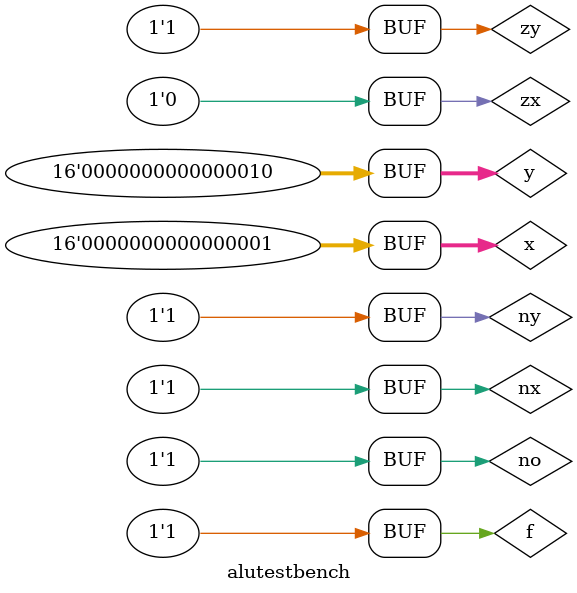
<source format=v>
`timescale 1ns / 1ps


module alutestbench;

	// Inputs
	reg [15:0] x;
	reg [15:0] y;
	reg zx;
	reg nx;
	reg zy;
	reg ny;
	reg f;
	reg no;

	// Outputs
	wire zr;
	wire ng;
	wire [15:0] out;

	// Instantiate the Unit Under Test (UUT)
	alu uut (
		.x(x), 
		.y(y), 
		.zx(zx), 
		.nx(nx), 
		.zy(zy), 
		.ny(ny), 
		.f(f), 
		.no(no), 
		.zr(zr), 
		.ng(ng), 
		.out(out)
	);

	initial begin
		// Initialize Inputs
		x = 16'h0001;
		y = 16'h0002;
		zx = 0;
		nx = 1;
		zy = 1;
		ny = 1;
		f = 1;
		no = 1;

		
		#100;
        
	

	end
      
endmodule


</source>
